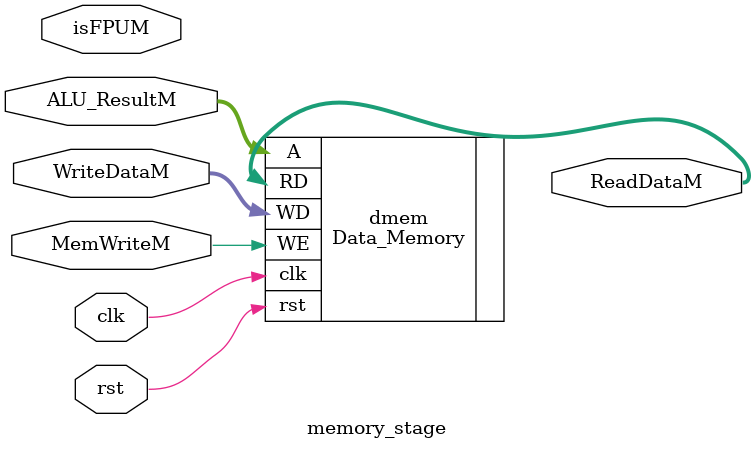
<source format=v>
module memory_stage(
    // ===== Điều khiển =====
    input clk, rst,
    input MemWriteM,
    input isFPUM,               // <-- mới: xác định lệnh load/store float
    
    // ===== Dữ liệu =====
    input [31:0] ALU_ResultM, WriteDataM,
    
    // ===== Đầu ra =====
    output [31:0] ReadDataM
);
    // Bộ nhớ dữ liệu chung cho cả integer & float
    Data_Memory dmem (
        .clk(clk),
        .rst(rst),
        .WE(MemWriteM),
        .WD(WriteDataM),
        .A(ALU_ResultM),
        .RD(ReadDataM)
    );
endmodule

</source>
